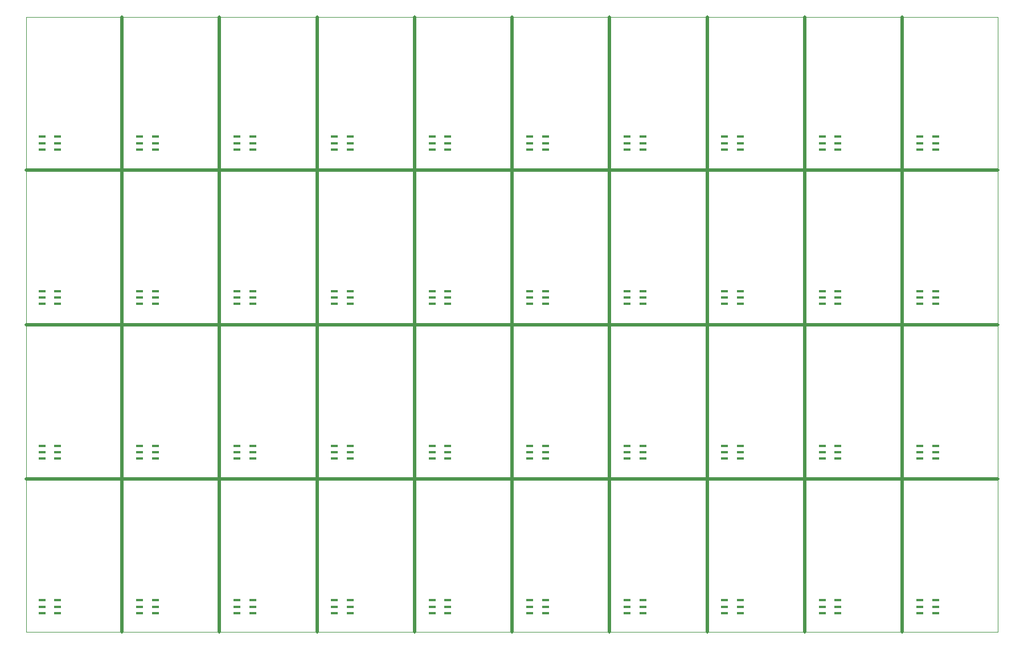
<source format=gtp>
G75*
%MOIN*%
%OFA0B0*%
%FSLAX24Y24*%
%IPPOS*%
%LPD*%
%AMOC8*
5,1,8,0,0,1.08239X$1,22.5*
%
%ADD10C,0.0000*%
%ADD11C,0.0197*%
%ADD12R,0.0413X0.0157*%
D10*
X000310Y000198D02*
X000310Y009155D01*
X000310Y018210D01*
X000310Y027265D01*
X000310Y036222D01*
X005920Y036222D01*
X011629Y036222D01*
X017338Y036222D01*
X023046Y036222D01*
X028755Y036222D01*
X034464Y036222D01*
X040172Y036222D01*
X045881Y036222D01*
X051590Y036222D01*
X057200Y036222D01*
X057200Y027265D01*
X057200Y018210D01*
X057200Y009155D01*
X057200Y000198D01*
X051590Y000198D01*
X045881Y000198D01*
X040172Y000198D01*
X034464Y000198D01*
X028755Y000198D01*
X023046Y000198D01*
X017338Y000198D01*
X011629Y000198D01*
X005920Y000198D01*
X000310Y000198D01*
D11*
X005920Y000198D02*
X005920Y036222D01*
X011629Y036222D02*
X011629Y000198D01*
X017338Y000198D02*
X017338Y036222D01*
X023046Y036222D02*
X023046Y000198D01*
X028755Y000198D02*
X028755Y036222D01*
X034464Y036222D02*
X034464Y000198D01*
X040172Y000198D02*
X040172Y036222D01*
X045881Y036222D02*
X045881Y000198D01*
X051590Y000198D02*
X051590Y036222D01*
X057200Y027265D02*
X000310Y027265D01*
X000310Y018210D02*
X057200Y018210D01*
X057200Y009155D02*
X000310Y009155D01*
D12*
X001235Y010358D03*
X001235Y010732D03*
X001235Y011106D03*
X002160Y011106D03*
X002160Y010732D03*
X002160Y010358D03*
X006944Y010358D03*
X006944Y010732D03*
X006944Y011106D03*
X007869Y011106D03*
X007869Y010732D03*
X007869Y010358D03*
X012653Y010358D03*
X012653Y010732D03*
X012653Y011106D03*
X013578Y011106D03*
X013578Y010732D03*
X013578Y010358D03*
X018361Y010358D03*
X018361Y010732D03*
X018361Y011106D03*
X019286Y011106D03*
X019286Y010732D03*
X019286Y010358D03*
X024070Y010358D03*
X024070Y010732D03*
X024070Y011106D03*
X024995Y011106D03*
X024995Y010732D03*
X024995Y010358D03*
X029779Y010358D03*
X029779Y010732D03*
X029779Y011106D03*
X030704Y011106D03*
X030704Y010732D03*
X030704Y010358D03*
X035487Y010358D03*
X035487Y010732D03*
X035487Y011106D03*
X036412Y011106D03*
X036412Y010732D03*
X036412Y010358D03*
X041196Y010358D03*
X041196Y010732D03*
X041196Y011106D03*
X042121Y011106D03*
X042121Y010732D03*
X042121Y010358D03*
X046905Y010358D03*
X046905Y010732D03*
X046905Y011106D03*
X047830Y011106D03*
X047830Y010732D03*
X047830Y010358D03*
X052613Y010358D03*
X052613Y010732D03*
X052613Y011106D03*
X053538Y011106D03*
X053538Y010732D03*
X053538Y010358D03*
X053538Y002051D03*
X053538Y001677D03*
X053538Y001303D03*
X052613Y001303D03*
X052613Y001677D03*
X052613Y002051D03*
X047830Y002051D03*
X047830Y001677D03*
X047830Y001303D03*
X046905Y001303D03*
X046905Y001677D03*
X046905Y002051D03*
X042121Y002051D03*
X042121Y001677D03*
X042121Y001303D03*
X041196Y001303D03*
X041196Y001677D03*
X041196Y002051D03*
X036412Y002051D03*
X036412Y001677D03*
X036412Y001303D03*
X035487Y001303D03*
X035487Y001677D03*
X035487Y002051D03*
X030704Y002051D03*
X030704Y001677D03*
X030704Y001303D03*
X029779Y001303D03*
X029779Y001677D03*
X029779Y002051D03*
X024995Y002051D03*
X024995Y001677D03*
X024995Y001303D03*
X024070Y001303D03*
X024070Y001677D03*
X024070Y002051D03*
X019286Y002051D03*
X019286Y001677D03*
X019286Y001303D03*
X018361Y001303D03*
X018361Y001677D03*
X018361Y002051D03*
X013578Y002051D03*
X013578Y001677D03*
X013578Y001303D03*
X012653Y001303D03*
X012653Y001677D03*
X012653Y002051D03*
X007869Y002051D03*
X007869Y001677D03*
X007869Y001303D03*
X006944Y001303D03*
X006944Y001677D03*
X006944Y002051D03*
X002160Y002051D03*
X002160Y001677D03*
X002160Y001303D03*
X001235Y001303D03*
X001235Y001677D03*
X001235Y002051D03*
X001235Y019413D03*
X001235Y019787D03*
X001235Y020161D03*
X002160Y020161D03*
X002160Y019787D03*
X002160Y019413D03*
X006944Y019413D03*
X006944Y019787D03*
X006944Y020161D03*
X007869Y020161D03*
X007869Y019787D03*
X007869Y019413D03*
X012653Y019413D03*
X012653Y019787D03*
X012653Y020161D03*
X013578Y020161D03*
X013578Y019787D03*
X013578Y019413D03*
X018361Y019413D03*
X018361Y019787D03*
X018361Y020161D03*
X019286Y020161D03*
X019286Y019787D03*
X019286Y019413D03*
X024070Y019413D03*
X024070Y019787D03*
X024070Y020161D03*
X024995Y020161D03*
X024995Y019787D03*
X024995Y019413D03*
X029779Y019413D03*
X029779Y019787D03*
X029779Y020161D03*
X030704Y020161D03*
X030704Y019787D03*
X030704Y019413D03*
X035487Y019413D03*
X035487Y019787D03*
X035487Y020161D03*
X036412Y020161D03*
X036412Y019787D03*
X036412Y019413D03*
X041196Y019413D03*
X041196Y019787D03*
X041196Y020161D03*
X042121Y020161D03*
X042121Y019787D03*
X042121Y019413D03*
X046905Y019413D03*
X046905Y019787D03*
X046905Y020161D03*
X047830Y020161D03*
X047830Y019787D03*
X047830Y019413D03*
X052613Y019413D03*
X052613Y019787D03*
X052613Y020161D03*
X053538Y020161D03*
X053538Y019787D03*
X053538Y019413D03*
X053538Y028468D03*
X053538Y028842D03*
X053538Y029216D03*
X052613Y029216D03*
X052613Y028842D03*
X052613Y028468D03*
X047830Y028468D03*
X047830Y028842D03*
X047830Y029216D03*
X046905Y029216D03*
X046905Y028842D03*
X046905Y028468D03*
X042121Y028468D03*
X042121Y028842D03*
X042121Y029216D03*
X041196Y029216D03*
X041196Y028842D03*
X041196Y028468D03*
X036412Y028468D03*
X036412Y028842D03*
X036412Y029216D03*
X035487Y029216D03*
X035487Y028842D03*
X035487Y028468D03*
X030704Y028468D03*
X030704Y028842D03*
X030704Y029216D03*
X029779Y029216D03*
X029779Y028842D03*
X029779Y028468D03*
X024995Y028468D03*
X024995Y028842D03*
X024995Y029216D03*
X024070Y029216D03*
X024070Y028842D03*
X024070Y028468D03*
X019286Y028468D03*
X019286Y028842D03*
X019286Y029216D03*
X018361Y029216D03*
X018361Y028842D03*
X018361Y028468D03*
X013578Y028468D03*
X013578Y028842D03*
X013578Y029216D03*
X012653Y029216D03*
X012653Y028842D03*
X012653Y028468D03*
X007869Y028468D03*
X007869Y028842D03*
X007869Y029216D03*
X006944Y029216D03*
X006944Y028842D03*
X006944Y028468D03*
X002160Y028468D03*
X002160Y028842D03*
X002160Y029216D03*
X001235Y029216D03*
X001235Y028842D03*
X001235Y028468D03*
M02*

</source>
